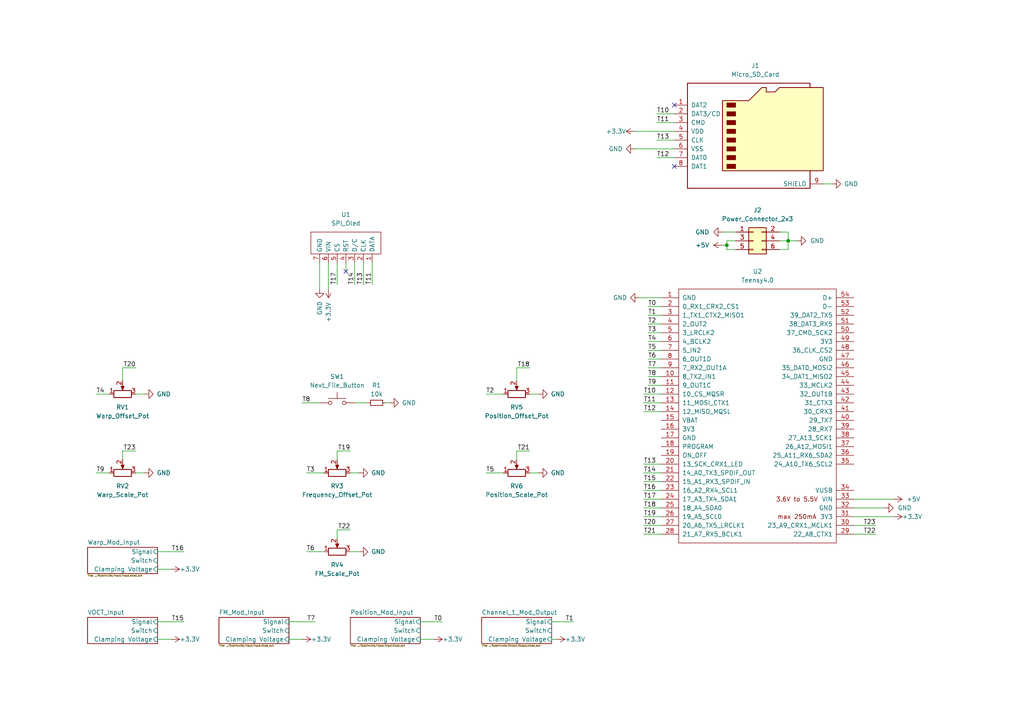
<source format=kicad_sch>
(kicad_sch (version 20211123) (generator eeschema)
  (paper "A4")
  (lib_symbols
    (symbol "Connector:Micro_SD_Card" (pin_names (offset 1.016))
      (property "Reference" "J" (at -16.51 15.24 0))
      (property "Value" "Micro_SD_Card" (at 16.51 15.24 0))
      (symbol "Micro_SD_Card_0_1"
        (rectangle (start -7.62 -9.525) (end -5.08 -10.795) (fill (type outline)))
        (rectangle (start -7.62 -6.985) (end -5.08 -8.255) (fill (type outline)))
        (rectangle (start -7.62 -4.445) (end -5.08 -5.715) (fill (type outline)))
        (rectangle (start -7.62 -1.905) (end -5.08 -3.175) (fill (type outline)))
        (rectangle (start -7.62 0.635) (end -5.08 -0.635) (fill (type outline)))
        (rectangle (start -7.62 3.175) (end -5.08 1.905) (fill (type outline)))
        (rectangle (start -7.62 5.715) (end -5.08 4.445) (fill (type outline)))
        (rectangle (start -7.62 8.255) (end -5.08 6.985) (fill (type outline)))
        (polyline (pts (xy 16.51 12.7) (xy 16.51 13.97) (xy -19.05 13.97) (xy -19.05 -16.51) (xy 16.51 -16.51) (xy 16.51 -11.43)) (stroke (width 0.254)))
        (polyline (pts (xy -8.89 -11.43) (xy -8.89 8.89) (xy -1.27 8.89) (xy 2.54 12.7) (xy 3.81 12.7) (xy 3.81 11.43) (xy 6.35 11.43) (xy 7.62 12.7) (xy 20.32 12.7) (xy 20.32 -11.43) (xy -8.89 -11.43)) (stroke (width 0.254)) (fill (type background)))
      )
      (symbol "Micro_SD_Card_1_1"
        (pin bidirectional line (at -22.86 7.62 0) (length 3.81) (name "DAT2") (number "1"))
        (pin bidirectional line (at -22.86 5.08 0) (length 3.81) (name "DAT3/CD") (number "2"))
        (pin input line (at -22.86 2.54 0) (length 3.81) (name "CMD") (number "3"))
        (pin power_in line (at -22.86 0 0) (length 3.81) (name "VDD") (number "4"))
        (pin input line (at -22.86 -2.54 0) (length 3.81) (name "CLK") (number "5"))
        (pin power_in line (at -22.86 -5.08 0) (length 3.81) (name "VSS") (number "6"))
        (pin bidirectional line (at -22.86 -7.62 0) (length 3.81) (name "DAT0") (number "7"))
        (pin bidirectional line (at -22.86 -10.16 0) (length 3.81) (name "DAT1") (number "8"))
        (pin passive line (at 20.32 -15.24 180) (length 3.81) (name "SHIELD") (number "9"))
      )
    )
    (symbol "Connector_Generic:Conn_02x03_Odd_Even" (pin_names (offset 1.016) hide)
      (property "Reference" "J" (at 1.27 5.08 0))
      (property "Value" "Conn_02x03_Odd_Even" (at 1.27 -5.08 0))
      (symbol "Conn_02x03_Odd_Even_1_1"
        (rectangle (start -1.27 -2.413) (end 0 -2.667) (stroke (width 0.1524)))
        (rectangle (start -1.27 0.127) (end 0 -0.127) (stroke (width 0.1524)))
        (rectangle (start -1.27 2.667) (end 0 2.413) (stroke (width 0.1524)))
        (rectangle (start -1.27 3.81) (end 3.81 -3.81) (stroke (width 0.254)) (fill (type background)))
        (rectangle (start 3.81 -2.413) (end 2.54 -2.667) (stroke (width 0.1524)))
        (rectangle (start 3.81 0.127) (end 2.54 -0.127) (stroke (width 0.1524)))
        (rectangle (start 3.81 2.667) (end 2.54 2.413) (stroke (width 0.1524)))
        (pin passive line (at -5.08 2.54 0) (length 3.81) (name "Pin_1") (number "1"))
        (pin passive line (at 7.62 2.54 180) (length 3.81) (name "Pin_2") (number "2"))
        (pin passive line (at -5.08 0 0) (length 3.81) (name "Pin_3") (number "3"))
        (pin passive line (at 7.62 0 180) (length 3.81) (name "Pin_4") (number "4"))
        (pin passive line (at -5.08 -2.54 0) (length 3.81) (name "Pin_5") (number "5"))
        (pin passive line (at 7.62 -2.54 180) (length 3.81) (name "Pin_6") (number "6"))
      )
    )
    (symbol "Device:R_Potentiometer" (pin_names (offset 1.016) hide)
      (property "Reference" "RV" (at -4.445 0 90))
      (property "Value" "R_Potentiometer" (at -2.54 0 90))
      (symbol "R_Potentiometer_0_1"
        (polyline (pts (xy 2.54 0) (xy 1.524 0)))
        (polyline (pts (xy 1.143 0) (xy 2.286 0.508) (xy 2.286 -0.508) (xy 1.143 0)) (fill (type outline)))
        (rectangle (start 1.016 2.54) (end -1.016 -2.54) (stroke (width 0.254)))
      )
      (symbol "R_Potentiometer_1_1"
        (pin passive line (at 0 3.81 270) (length 1.27) (name "1") (number "1"))
        (pin passive line (at 3.81 0 180) (length 1.27) (name "2") (number "2"))
        (pin passive line (at 0 -3.81 90) (length 1.27) (name "3") (number "3"))
      )
    )
    (symbol "Device:R_Small" (pin_numbers hide) (pin_names (offset 0.254) hide)
      (property "Reference" "R" (at 0.762 0.508 0))
      (property "Value" "R_Small" (at 0.762 -1.016 0))
      (symbol "R_Small_0_1"
        (rectangle (start -0.762 1.778) (end 0.762 -1.778) (stroke (width 0.2032)))
      )
      (symbol "R_Small_1_1"
        (pin passive line (at 0 2.54 270) (length 0.762) (name "~") (number "1"))
        (pin passive line (at 0 -2.54 90) (length 0.762) (name "~") (number "2"))
      )
    )
    (symbol "OLED:SPI_Oled"
      (property "Reference" "U" (at 0 -5.08 0))
      (property "Value" "SPI_Oled" (at 0 -2.54 0))
      (symbol "SPI_Oled_0_1"
        (rectangle (start -8.89 6.35) (end 11.43 0))
      )
      (symbol "SPI_Oled_1_1"
        (pin input line (at -6.35 8.89 270) (length 2.54) (name "DATA") (number "1"))
        (pin input line (at -3.81 8.89 270) (length 2.54) (name "CLK") (number "2"))
        (pin input line (at -1.27 8.89 270) (length 2.54) (name "D/C") (number "3"))
        (pin input line (at 1.27 8.89 270) (length 2.54) (name "RST") (number "4"))
        (pin input line (at 3.81 8.89 270) (length 2.54) (name "CS") (number "5"))
        (pin input line (at 6.35 8.89 270) (length 2.54) (name "VIN") (number "6"))
        (pin input line (at 8.89 8.89 270) (length 2.54) (name "GND") (number "7"))
      )
    )
    (symbol "Switch:SW_Push" (pin_numbers hide) (pin_names (offset 1.016) hide)
      (property "Reference" "SW" (at 1.27 2.54 0))
      (property "Value" "SW_Push" (at 0 -1.524 0))
      (symbol "SW_Push_0_1"
        (circle (center -2.032 0) (radius 0.508))
        (polyline (pts (xy 0 1.27) (xy 0 3.048)))
        (polyline (pts (xy 2.54 1.27) (xy -2.54 1.27)))
        (circle (center 2.032 0) (radius 0.508))
        (pin passive line (at -5.08 0 0) (length 2.54) (name "1") (number "1"))
        (pin passive line (at 5.08 0 180) (length 2.54) (name "2") (number "2"))
      )
    )
    (symbol "Teensy:Teensy4.0" (pin_names (offset 1.016))
      (property "Reference" "U" (at 0 39.37 0))
      (property "Value" "Teensy4.0" (at 0 -39.37 0))
      (symbol "Teensy4.0_0_0"
        (text "3.6V to 5.5V" (at 11.43 -24.13 0) (effects (font (size 1.27 1.27))))
        (text "max 250mA" (at 11.43 -29.21 0) (effects (font (size 1.27 1.27))))
        (pin bidirectional line (at -27.94 11.43 0) (length 5.08) (name "8_TX2_IN1") (number "10"))
        (pin bidirectional line (at -27.94 8.89 0) (length 5.08) (name "9_OUT1C") (number "11"))
        (pin bidirectional line (at -27.94 6.35 0) (length 5.08) (name "10_CS_MQSR") (number "12"))
        (pin bidirectional line (at -27.94 3.81 0) (length 5.08) (name "11_MOSI_CTX1") (number "13"))
        (pin bidirectional line (at -27.94 1.27 0) (length 5.08) (name "12_MISO_MQSL") (number "14"))
        (pin power_in line (at -27.94 -1.27 0) (length 5.08) (name "VBAT") (number "15"))
        (pin power_in line (at -27.94 -3.81 0) (length 5.08) (name "3V3") (number "16"))
        (pin power_in line (at -27.94 -6.35 0) (length 5.08) (name "GND") (number "17"))
        (pin input line (at -27.94 -8.89 0) (length 5.08) (name "PROGRAM") (number "18"))
        (pin input line (at -27.94 -11.43 0) (length 5.08) (name "ON_OFF") (number "19"))
        (pin bidirectional line (at -27.94 -13.97 0) (length 5.08) (name "13_SCK_CRX1_LED") (number "20"))
        (pin bidirectional line (at -27.94 -16.51 0) (length 5.08) (name "14_A0_TX3_SPDIF_OUT") (number "21"))
        (pin bidirectional line (at -27.94 -19.05 0) (length 5.08) (name "15_A1_RX3_SPDIF_IN") (number "22"))
        (pin bidirectional line (at -27.94 -21.59 0) (length 5.08) (name "16_A2_RX4_SCL1") (number "23"))
        (pin bidirectional line (at -27.94 -24.13 0) (length 5.08) (name "17_A3_TX4_SDA1") (number "24"))
        (pin bidirectional line (at -27.94 -26.67 0) (length 5.08) (name "18_A4_SDA0") (number "25"))
        (pin bidirectional line (at -27.94 -29.21 0) (length 5.08) (name "19_A5_SCL0") (number "26"))
        (pin bidirectional line (at -27.94 -31.75 0) (length 5.08) (name "20_A6_TX5_LRCLK1") (number "27"))
        (pin bidirectional line (at -27.94 -34.29 0) (length 5.08) (name "21_A7_RX5_BCLK1") (number "28"))
        (pin bidirectional line (at 27.94 -34.29 180) (length 5.08) (name "22_A8_CTX1") (number "29"))
        (pin bidirectional line (at 27.94 -31.75 180) (length 5.08) (name "23_A9_CRX1_MCLK1") (number "30"))
        (pin power_out line (at 27.94 -29.21 180) (length 5.08) (name "3V3") (number "31"))
        (pin power_in line (at 27.94 -26.67 180) (length 5.08) (name "GND") (number "32"))
        (pin power_in line (at 27.94 -24.13 180) (length 5.08) (name "VIN") (number "33"))
        (pin power_out line (at 27.94 -21.59 180) (length 5.08) (name "VUSB") (number "34"))
        (pin bidirectional line (at 27.94 -13.97 180) (length 5.08) (name "24_A10_TX6_SCL2") (number "35"))
        (pin bidirectional line (at 27.94 -11.43 180) (length 5.08) (name "25_A11_RX6_SDA2") (number "36"))
        (pin bidirectional line (at 27.94 -8.89 180) (length 5.08) (name "26_A12_MOSI1") (number "37"))
        (pin bidirectional line (at 27.94 -6.35 180) (length 5.08) (name "27_A13_SCK1") (number "38"))
        (pin bidirectional line (at 27.94 -3.81 180) (length 5.08) (name "28_RX7") (number "39"))
        (pin bidirectional line (at 27.94 -1.27 180) (length 5.08) (name "29_TX7") (number "40"))
        (pin bidirectional line (at 27.94 1.27 180) (length 5.08) (name "30_CRX3") (number "41"))
        (pin bidirectional line (at 27.94 3.81 180) (length 5.08) (name "31_CTX3") (number "42"))
        (pin bidirectional line (at 27.94 6.35 180) (length 5.08) (name "32_OUT1B") (number "43"))
        (pin bidirectional line (at 27.94 8.89 180) (length 5.08) (name "33_MCLK2") (number "44"))
        (pin bidirectional line (at 27.94 11.43 180) (length 5.08) (name "34_DAT1_MISO2") (number "45"))
        (pin bidirectional line (at 27.94 13.97 180) (length 5.08) (name "35_DAT0_MOSI2") (number "46"))
        (pin power_out line (at 27.94 16.51 180) (length 5.08) (name "GND") (number "47"))
        (pin bidirectional line (at 27.94 19.05 180) (length 5.08) (name "36_CLK_CS2") (number "48"))
        (pin power_out line (at 27.94 21.59 180) (length 5.08) (name "3V3") (number "49"))
        (pin bidirectional line (at -27.94 24.13 0) (length 5.08) (name "3_LRCLK2") (number "5"))
        (pin bidirectional line (at 27.94 24.13 180) (length 5.08) (name "37_CMD_SCK2") (number "50"))
        (pin bidirectional line (at 27.94 26.67 180) (length 5.08) (name "38_DAT3_RX5") (number "51"))
        (pin bidirectional line (at 27.94 29.21 180) (length 5.08) (name "39_DAT2_TX5") (number "52"))
        (pin bidirectional line (at 27.94 31.75 180) (length 5.08) (name "D-") (number "53"))
        (pin bidirectional line (at 27.94 34.29 180) (length 5.08) (name "D+") (number "54"))
        (pin bidirectional line (at -27.94 21.59 0) (length 5.08) (name "4_BCLK2") (number "6"))
        (pin bidirectional line (at -27.94 19.05 0) (length 5.08) (name "5_IN2") (number "7"))
        (pin bidirectional line (at -27.94 16.51 0) (length 5.08) (name "6_OUT1D") (number "8"))
        (pin bidirectional line (at -27.94 13.97 0) (length 5.08) (name "7_RX2_OUT1A") (number "9"))
      )
      (symbol "Teensy4.0_0_1"
        (rectangle (start -22.86 36.83) (end 22.86 -36.83))
        (rectangle (start -20.32 -31.75) (end -20.32 -31.75))
      )
      (symbol "Teensy4.0_1_1"
        (pin power_in line (at -27.94 34.29 0) (length 5.08) (name "GND") (number "1"))
        (pin bidirectional line (at -27.94 31.75 0) (length 5.08) (name "0_RX1_CRX2_CS1") (number "2"))
        (pin bidirectional line (at -27.94 29.21 0) (length 5.08) (name "1_TX1_CTX2_MISO1") (number "3"))
        (pin bidirectional line (at -27.94 26.67 0) (length 5.08) (name "2_OUT2") (number "4"))
      )
    )
    (symbol "power:+3.3V" (power) (pin_names (offset 0))
      (property "Value" "+3.3V" (at 0 3.556 0))
      (symbol "+3.3V_0_1"
        (polyline (pts (xy -0.762 1.27) (xy 0 2.54)))
        (polyline (pts (xy 0 0) (xy 0 2.54)))
        (polyline (pts (xy 0 2.54) (xy 0.762 1.27)))
      )
      (symbol "+3.3V_1_1"
        (pin power_in line (at 0 0 90) (length 0) hide (name "+3.3V") (number "1"))
      )
    )
    (symbol "power:+5V" (power) (pin_names (offset 0))
      (property "Value" "+5V" (at 0 3.556 0))
      (symbol "+5V_0_1"
        (polyline (pts (xy -0.762 1.27) (xy 0 2.54)))
        (polyline (pts (xy 0 0) (xy 0 2.54)))
        (polyline (pts (xy 0 2.54) (xy 0.762 1.27)))
      )
      (symbol "+5V_1_1"
        (pin power_in line (at 0 0 90) (length 0) hide (name "+5V") (number "1"))
      )
    )
    (symbol "power:GND" (power) (pin_names (offset 0))
      (property "Value" "GND" (at 0 -3.81 0))
      (symbol "GND_0_1"
        (polyline (pts (xy 0 0) (xy 0 -1.27) (xy 1.27 -1.27) (xy 0 -2.54) (xy -1.27 -1.27) (xy 0 -1.27)))
      )
      (symbol "GND_1_1"
        (pin power_in line (at 0 0 270) (length 0) hide (name "GND") (number "1"))
      )
    )
  )
  (junction (at 210.82 71.12))
  (junction (at 228.6 69.85))
  (no_connect (at 195.58 30.48))
  (no_connect (at 195.58 48.26))
  (no_connect (at 100.33 78.74))
  (wire (pts (xy 45.72 180.34) (xy 53.34 180.34)))
  (wire (pts (xy 111.76 116.84) (xy 113.03 116.84)))
  (wire (pts (xy 88.9 160.02) (xy 93.98 160.02)))
  (wire (pts (xy 226.06 69.85) (xy 228.6 69.85)))
  (wire (pts (xy 27.94 137.16) (xy 31.75 137.16)))
  (wire (pts (xy 186.69 142.24) (xy 191.77 142.24)))
  (wire (pts (xy 102.87 116.84) (xy 106.68 116.84)))
  (wire (pts (xy 88.9 137.16) (xy 93.98 137.16)))
  (wire (pts (xy 187.96 106.68) (xy 191.77 106.68)))
  (wire (pts (xy 209.55 67.31) (xy 213.36 67.31)))
  (wire (pts (xy 213.36 72.39) (xy 210.82 72.39)))
  (wire (pts (xy 210.82 69.85) (xy 210.82 71.12)))
  (wire (pts (xy 259.08 149.86) (xy 247.65 149.86)))
  (wire (pts (xy 140.97 114.3) (xy 146.05 114.3)))
  (wire (pts (xy 186.69 147.32) (xy 191.77 147.32)))
  (wire (pts (xy 228.6 72.39) (xy 228.6 69.85)))
  (wire (pts (xy 259.08 144.78) (xy 247.65 144.78)))
  (wire (pts (xy 187.96 96.52) (xy 191.77 96.52)))
  (wire (pts (xy 100.33 78.74) (xy 100.33 76.2)))
  (wire (pts (xy 49.53 165.1) (xy 45.72 165.1)))
  (wire (pts (xy 187.96 99.06) (xy 191.77 99.06)))
  (wire (pts (xy 140.97 137.16) (xy 146.05 137.16)))
  (wire (pts (xy 41.91 137.16) (xy 39.37 137.16)))
  (wire (pts (xy 186.69 149.86) (xy 191.77 149.86)))
  (wire (pts (xy 186.69 116.84) (xy 191.77 116.84)))
  (wire (pts (xy 190.5 45.72) (xy 195.58 45.72)))
  (wire (pts (xy 226.06 67.31) (xy 228.6 67.31)))
  (wire (pts (xy 186.69 154.94) (xy 191.77 154.94)))
  (wire (pts (xy 186.69 152.4) (xy 191.77 152.4)))
  (wire (pts (xy 101.6 130.81) (xy 97.79 130.81)))
  (wire (pts (xy 95.25 83.82) (xy 95.25 76.2)))
  (wire (pts (xy 92.71 83.82) (xy 92.71 76.2)))
  (wire (pts (xy 187.96 91.44) (xy 191.77 91.44)))
  (wire (pts (xy 190.5 33.02) (xy 195.58 33.02)))
  (wire (pts (xy 153.67 106.68) (xy 149.86 106.68)))
  (wire (pts (xy 39.37 130.81) (xy 35.56 130.81)))
  (wire (pts (xy 241.3 53.34) (xy 238.76 53.34)))
  (wire (pts (xy 187.96 104.14) (xy 191.77 104.14)))
  (wire (pts (xy 213.36 69.85) (xy 210.82 69.85)))
  (wire (pts (xy 187.96 111.76) (xy 191.77 111.76)))
  (wire (pts (xy 187.96 93.98) (xy 191.77 93.98)))
  (wire (pts (xy 27.94 114.3) (xy 31.75 114.3)))
  (wire (pts (xy 210.82 72.39) (xy 210.82 71.12)))
  (wire (pts (xy 97.79 76.2) (xy 97.79 82.55)))
  (wire (pts (xy 101.6 153.67) (xy 97.79 153.67)))
  (wire (pts (xy 228.6 67.31) (xy 228.6 69.85)))
  (wire (pts (xy 256.54 147.32) (xy 247.65 147.32)))
  (wire (pts (xy 121.92 180.34) (xy 128.27 180.34)))
  (wire (pts (xy 45.72 160.02) (xy 53.34 160.02)))
  (wire (pts (xy 149.86 130.81) (xy 149.86 133.35)))
  (wire (pts (xy 190.5 40.64) (xy 195.58 40.64)))
  (wire (pts (xy 97.79 130.81) (xy 97.79 133.35)))
  (wire (pts (xy 104.14 137.16) (xy 101.6 137.16)))
  (wire (pts (xy 186.69 114.3) (xy 191.77 114.3)))
  (wire (pts (xy 105.41 76.2) (xy 105.41 82.55)))
  (wire (pts (xy 83.82 180.34) (xy 91.44 180.34)))
  (wire (pts (xy 186.69 139.7) (xy 191.77 139.7)))
  (wire (pts (xy 187.96 101.6) (xy 191.77 101.6)))
  (wire (pts (xy 254 154.94) (xy 247.65 154.94)))
  (wire (pts (xy 35.56 130.81) (xy 35.56 133.35)))
  (wire (pts (xy 187.96 88.9) (xy 191.77 88.9)))
  (wire (pts (xy 104.14 160.02) (xy 101.6 160.02)))
  (wire (pts (xy 107.95 76.2) (xy 107.95 82.55)))
  (wire (pts (xy 186.69 137.16) (xy 191.77 137.16)))
  (wire (pts (xy 156.21 137.16) (xy 153.67 137.16)))
  (wire (pts (xy 186.69 134.62) (xy 191.77 134.62)))
  (wire (pts (xy 228.6 69.85) (xy 231.14 69.85)))
  (wire (pts (xy 35.56 106.68) (xy 35.56 110.49)))
  (wire (pts (xy 190.5 35.56) (xy 195.58 35.56)))
  (wire (pts (xy 187.96 109.22) (xy 191.77 109.22)))
  (wire (pts (xy 87.63 116.84) (xy 92.71 116.84)))
  (wire (pts (xy 97.79 153.67) (xy 97.79 156.21)))
  (wire (pts (xy 39.37 106.68) (xy 35.56 106.68)))
  (wire (pts (xy 49.53 185.42) (xy 45.72 185.42)))
  (wire (pts (xy 184.15 43.18) (xy 195.58 43.18)))
  (wire (pts (xy 184.15 38.1) (xy 195.58 38.1)))
  (wire (pts (xy 153.67 130.81) (xy 149.86 130.81)))
  (wire (pts (xy 226.06 72.39) (xy 228.6 72.39)))
  (wire (pts (xy 156.21 114.3) (xy 153.67 114.3)))
  (wire (pts (xy 87.63 185.42) (xy 83.82 185.42)))
  (wire (pts (xy 186.69 144.78) (xy 191.77 144.78)))
  (wire (pts (xy 185.42 86.36) (xy 191.77 86.36)))
  (wire (pts (xy 160.02 180.34) (xy 166.37 180.34)))
  (wire (pts (xy 161.29 185.42) (xy 160.02 185.42)))
  (wire (pts (xy 125.73 185.42) (xy 121.92 185.42)))
  (wire (pts (xy 210.82 71.12) (xy 209.55 71.12)))
  (wire (pts (xy 186.69 119.38) (xy 191.77 119.38)))
  (wire (pts (xy 102.87 82.55) (xy 102.87 76.2)))
  (wire (pts (xy 41.91 114.3) (xy 39.37 114.3)))
  (wire (pts (xy 149.86 106.68) (xy 149.86 110.49)))
  (wire (pts (xy 254 152.4) (xy 247.65 152.4)))
  (label "T0" (at 128.27 180.34 180))
  (label "T8" (at 187.96 109.22 0))
  (label "T8" (at 87.63 116.84 0))
  (label "T17" (at 186.69 144.78 0))
  (label "T15" (at 186.69 139.7 0))
  (label "T7" (at 91.44 180.34 180))
  (label "T3" (at 187.96 96.52 0))
  (label "T13" (at 105.41 82.55 90))
  (label "T13" (at 190.5 40.64 0))
  (label "T23" (at 254 152.4 180))
  (label "T2" (at 187.96 93.98 0))
  (label "T6" (at 88.9 160.02 0))
  (label "T22" (at 101.6 153.67 180))
  (label "T11" (at 107.95 82.55 90))
  (label "T6" (at 187.96 104.14 0))
  (label "T17" (at 97.79 82.55 90))
  (label "T19" (at 101.6 130.81 180))
  (label "T11" (at 190.5 35.56 0))
  (label "T23" (at 39.37 130.81 180))
  (label "T5" (at 140.97 137.16 0))
  (label "T18" (at 186.69 147.32 0))
  (label "T21" (at 186.69 154.94 0))
  (label "T4" (at 187.96 99.06 0))
  (label "T18" (at 153.67 106.68 180))
  (label "T9" (at 27.94 137.16 0))
  (label "T16" (at 53.34 160.02 180))
  (label "T5" (at 187.96 101.6 0))
  (label "T3" (at 88.9 137.16 0))
  (label "T14" (at 186.69 137.16 0))
  (label "T19" (at 186.69 149.86 0))
  (label "T12" (at 190.5 45.72 0))
  (label "T22" (at 254 154.94 180))
  (label "T14" (at 102.87 82.55 90))
  (label "T21" (at 153.67 130.81 180))
  (label "T7" (at 187.96 106.68 0))
  (label "T1" (at 166.37 180.34 180))
  (label "T11" (at 186.69 116.84 0))
  (label "T15" (at 53.34 180.34 180))
  (label "T20" (at 186.69 152.4 0))
  (label "T0" (at 187.96 88.9 0))
  (label "T2" (at 140.97 114.3 0))
  (label "T10" (at 186.69 114.3 0))
  (label "T9" (at 187.96 111.76 0))
  (label "T13" (at 186.69 134.62 0))
  (label "T12" (at 186.69 119.38 0))
  (label "T1" (at 187.96 91.44 0))
  (label "T20" (at 39.37 106.68 180))
  (label "T10" (at 190.5 33.02 0))
  (label "T4" (at 27.94 114.3 0))
  (label "T16" (at 186.69 142.24 0))
  (symbol (lib_id "power:GND") (at 41.91 114.3 90) (unit 1)
    (property "Reference" "#PWR01" (effects hide))
    (property "Value" "GND" (at 49.53 114.3 90) (effects (justify left)))
  )
  (symbol (lib_id "power:GND") (at 113.03 116.84 90) (unit 1)
    (property "Reference" "#PWR010" (effects hide))
    (property "Value" "GND" (at 120.65 116.84 90) (effects (justify left)))
  )
  (symbol (lib_id "Connector:Micro_SD_Card") (at 218.44 38.1 0) (unit 1)
    (property "Reference" "J1" (at 219.075 19.05 0))
    (property "Value" "Micro_SD_Card" (at 219.075 21.59 0))
    (property "Footprint" "Misc:MSD4A" (effects hide))
    (property "Datasheet" "http://katalog.we-online.de/em/datasheet/693072010801.pdf" (effects hide))
  )
  (symbol (lib_id "power:GND") (at 104.14 160.02 90) (unit 1)
    (property "Reference" "#PWR09" (effects hide))
    (property "Value" "GND" (at 111.76 160.02 90) (effects (justify left)))
  )
  (symbol (lib_id "power:+3.3V") (at 259.08 149.86 270) (unit 1)
    (property "Reference" "#PWR024" (effects hide))
    (property "Value" "+3.3V" (at 261.62 149.86 90) (effects (justify left)))
  )
  (symbol (lib_id "OLED:SPI_Oled") (at 101.6 67.31 180) (unit 1)
    (property "Reference" "U1" (at 100.33 62.23 0))
    (property "Value" "SPI_Oled" (at 100.33 64.77 0))
    (property "Footprint" "Misc:1.5_inch_Oled" (effects hide))
  )
  (symbol (lib_id "power:+3.3V") (at 49.53 165.1 270) (unit 1)
    (property "Reference" "#PWR03" (effects hide))
    (property "Value" "+3.3V" (at 52.07 165.1 90) (effects (justify left)))
  )
  (symbol (lib_id "power:+3.3V") (at 49.53 185.42 270) (unit 1)
    (property "Reference" "#PWR04" (effects hide))
    (property "Value" "+3.3V" (at 52.07 185.42 90) (effects (justify left)))
  )
  (symbol (lib_id "power:+3.3V") (at 161.29 185.42 270) (unit 1)
    (property "Reference" "#PWR014" (effects hide))
    (property "Value" "+3.3V" (at 163.83 185.42 90) (effects (justify left)))
  )
  (symbol (lib_id "power:GND") (at 104.14 137.16 90) (unit 1)
    (property "Reference" "#PWR08" (effects hide))
    (property "Value" "GND" (at 111.76 137.16 90) (effects (justify left)))
  )
  (symbol (lib_id "power:GND") (at 184.15 43.18 270) (unit 1)
    (property "Reference" "#PWR016" (effects hide))
    (property "Value" "GND" (at 176.53 43.18 90) (effects (justify left)))
  )
  (symbol (lib_id "power:GND") (at 92.71 83.82 0) (unit 1)
    (property "Reference" "#PWR06" (effects hide))
    (property "Value" "GND" (at 92.71 91.44 90) (effects (justify left)))
  )
  (symbol (lib_id "Device:R_Potentiometer") (at 35.56 137.16 90) (unit 1)
    (property "Reference" "RV2" (at 35.56 140.97 90))
    (property "Value" "Warp_Scale_Pot" (at 35.56 143.51 90))
    (property "Footprint" "Potentiometer:Bourns_PTV09A-4020UB103" (effects hide))
  )
  (symbol (lib_id "power:GND") (at 185.42 86.36 270) (unit 1)
    (property "Reference" "#PWR017" (effects hide))
    (property "Value" "GND" (at 177.8 86.36 90) (effects (justify left)))
  )
  (symbol (lib_id "power:GND") (at 156.21 137.16 90) (unit 1)
    (property "Reference" "#PWR013" (effects hide))
    (property "Value" "GND" (at 163.83 137.16 90) (effects (justify left)))
  )
  (symbol (lib_id "power:+3.3V") (at 87.63 185.42 270) (unit 1)
    (property "Reference" "#PWR05" (effects hide))
    (property "Value" "+3.3V" (at 90.17 185.42 90) (effects (justify left)))
  )
  (symbol (lib_id "Device:R_Potentiometer") (at 35.56 114.3 90) (unit 1)
    (property "Reference" "RV1" (at 35.56 118.11 90))
    (property "Value" "Warp_Offset_Pot" (at 35.56 120.65 90))
    (property "Footprint" "Potentiometer:Bourns_PTV09A-4025FB103" (effects hide))
  )
  (symbol (lib_id "power:GND") (at 209.55 67.31 270) (unit 1)
    (property "Reference" "#PWR018" (effects hide))
    (property "Value" "GND" (at 205.74 67.3099 90) (effects (justify right)))
  )
  (symbol (lib_id "power:GND") (at 231.14 69.85 90) (unit 1)
    (property "Reference" "#PWR020" (effects hide))
    (property "Value" "GND" (at 234.95 69.8499 90) (effects (justify right)))
  )
  (symbol (lib_id "Device:R_Potentiometer") (at 149.86 114.3 90) (unit 1)
    (property "Reference" "RV5" (at 149.86 118.11 90))
    (property "Value" "Position_Offset_Pot" (at 149.86 120.65 90))
    (property "Footprint" "Potentiometer:Bourns_PTV09A-4025FB103" (effects hide))
  )
  (symbol (lib_id "power:+3.3V") (at 184.15 38.1 90) (unit 1)
    (property "Reference" "#PWR015" (effects hide))
    (property "Value" "+3.3V" (at 181.61 38.1 90) (effects (justify left)))
  )
  (symbol (lib_id "power:GND") (at 256.54 147.32 90) (unit 1)
    (property "Reference" "#PWR022" (effects hide))
    (property "Value" "GND" (at 260.35 147.3199 90) (effects (justify right)))
  )
  (symbol (lib_id "power:+5V") (at 259.08 144.78 270) (unit 1)
    (property "Reference" "#PWR023" (effects hide))
    (property "Value" "+5V" (at 262.89 144.7799 90) (effects (justify left)))
  )
  (symbol (lib_id "Device:R_Potentiometer") (at 97.79 160.02 90) (unit 1)
    (property "Reference" "RV4" (at 97.79 163.83 90))
    (property "Value" "FM_Scale_Pot" (at 97.79 166.37 90))
    (property "Footprint" "Potentiometer:Bourns_PTV09A-4020UB103" (effects hide))
  )
  (symbol (lib_id "power:+3.3V") (at 95.25 83.82 180) (unit 1)
    (property "Reference" "#PWR07" (effects hide))
    (property "Value" "+3.3V" (at 95.25 87.63 90) (effects (justify left)))
  )
  (symbol (lib_id "Device:R_Potentiometer") (at 149.86 137.16 90) (unit 1)
    (property "Reference" "RV6" (at 149.86 140.97 90))
    (property "Value" "Position_Scale_Pot" (at 149.86 143.51 90))
    (property "Footprint" "Potentiometer:Bourns_PTV09A-4020UB103" (effects hide))
  )
  (symbol (lib_id "power:+3.3V") (at 125.73 185.42 270) (unit 1)
    (property "Reference" "#PWR011" (effects hide))
    (property "Value" "+3.3V" (at 128.27 185.42 90) (effects (justify left)))
  )
  (symbol (lib_id "power:GND") (at 156.21 114.3 90) (unit 1)
    (property "Reference" "#PWR012" (effects hide))
    (property "Value" "GND" (at 163.83 114.3 90) (effects (justify left)))
  )
  (symbol (lib_id "Connector_Generic:Conn_02x03_Odd_Even") (at 218.44 69.85 0) (unit 1)
    (property "Reference" "J2" (at 219.71 60.96 0))
    (property "Value" "Power_Connector_2x3" (at 219.71 63.5 0))
    (property "Footprint" "Connector_PinHeader_2.54mm:PinHeader_2x03_P2.54mm_Vertical_SMD" (effects hide))
  )
  (symbol (lib_id "power:GND") (at 41.91 137.16 90) (unit 1)
    (property "Reference" "#PWR02" (effects hide))
    (property "Value" "GND" (at 49.53 137.16 90) (effects (justify left)))
  )
  (symbol (lib_id "Teensy:Teensy4.0") (at 219.71 120.65 0) (unit 1)
    (property "Reference" "U2" (at 219.71 78.74 0))
    (property "Value" "Teensy4.0" (at 219.71 81.28 0))
    (property "Footprint" "Teensy:Teensy 4.0 horizontal" (effects hide))
  )
  (symbol (lib_id "Switch:SW_Push") (at 97.79 116.84 0) (unit 1)
    (property "Reference" "SW1" (at 97.79 109.22 0))
    (property "Value" "Next_File_Button" (at 97.79 111.76 0))
    (property "Footprint" "Button_Switch_THT:SW_PUSH_6mm_H13mm" (effects hide))
  )
  (symbol (lib_id "power:+5V") (at 209.55 71.12 90) (unit 1)
    (property "Reference" "#PWR019" (effects hide))
    (property "Value" "+5V" (at 205.74 71.1199 90) (effects (justify left)))
  )
  (symbol (lib_id "power:GND") (at 241.3 53.34 90) (unit 1)
    (property "Reference" "#PWR021" (effects hide))
    (property "Value" "GND" (at 248.92 53.34 90) (effects (justify left)))
  )
  (symbol (lib_id "Device:R_Small") (at 109.22 116.84 270) (unit 1)
    (property "Reference" "R1" (at 109.22 111.76 90))
    (property "Value" "10k" (at 109.22 114.3 90))
    (property "Footprint" "Resistor_SMD:R_1206_3216Metric_Pad1.30x1.75mm_HandSolder" (effects hide))
  )
  (symbol (lib_id "Device:R_Potentiometer") (at 97.79 137.16 90) (unit 1)
    (property "Reference" "RV3" (at 97.79 140.97 90))
    (property "Value" "Frequency_Offset_Pot" (at 97.79 143.51 90))
    (property "Footprint" "Potentiometer:Bourns_PTV09A-4025FB103" (effects hide))
  )
  (sheet (at 63.5 179.07) (size 20.32 7.62) (stroke (width 0.1524))
    (property "Sheet name" "FM_Mod_Input" (at 63.5 178.3584 0) (effects (justify left bottom)))
    (property "Sheet file" "../Subcircuits/Input/Input.kicad_sch" (at 63.5 186.9666 0) (effects (font (size 0.5 0.5)) (justify left top)))
    (pin "Signal" input (at 83.82 180.34 0))
    (pin "Switch" input (at 83.82 182.88 0))
    (pin "Clamping Voltage" input (at 83.82 185.42 0))
  )
  (sheet (at 25.4 179.07) (size 20.32 7.62) (stroke (width 0.1524))
    (property "Sheet name" "VOCT_Input" (at 25.4 178.3584 0) (effects (justify left bottom)))
    (property "Sheet file" "../Subcircuits/Input/Input.kicad_sch" (effects hide))
    (pin "Signal" input (at 45.72 180.34 0))
    (pin "Switch" input (at 45.72 182.88 0))
    (pin "Clamping Voltage" input (at 45.72 185.42 0))
  )
  (sheet (at 101.6 179.07) (size 20.32 7.62) (stroke (width 0.1524))
    (property "Sheet name" "Position_Mod_Input" (at 101.6 178.3584 0) (effects (justify left bottom)))
    (property "Sheet file" "../Subcircuits/Input/Input.kicad_sch" (at 101.6 186.9666 0) (effects (font (size 0.5 0.5)) (justify left top)))
    (pin "Signal" input (at 121.92 180.34 0))
    (pin "Switch" input (at 121.92 182.88 0))
    (pin "Clamping Voltage" input (at 121.92 185.42 0))
  )
  (sheet (at 139.7 179.07) (size 20.32 7.62) (stroke (width 0.1524))
    (property "Sheet name" "Channel_1_Mod_Output" (at 139.7 178.3584 0) (effects (justify left bottom)))
    (property "Sheet file" "../Subcircuits/Output/Output.kicad_sch" (at 139.7 186.9666 0) (effects (font (size 0.5 0.5)) (justify left top)))
    (pin "Signal" input (at 160.02 180.34 0))
    (pin "Clamping Voltage" input (at 160.02 185.42 0))
    (pin "Switch" input (at 160.02 182.88 0))
  )
  (sheet (at 25.4 158.75) (size 20.32 7.62) (stroke (width 0.1524))
    (property "Sheet name" "Warp_Mod_Input" (at 25.4 158.0384 0) (effects (justify left bottom)))
    (property "Sheet file" "../Subcircuits/Input/Input.kicad_sch" (at 25.4 166.6466 0) (effects (font (size 0.5 0.5)) (justify left top)))
    (pin "Signal" input (at 45.72 160.02 0))
    (pin "Switch" input (at 45.72 162.56 0))
    (pin "Clamping Voltage" input (at 45.72 165.1 0))
  )
)
</source>
